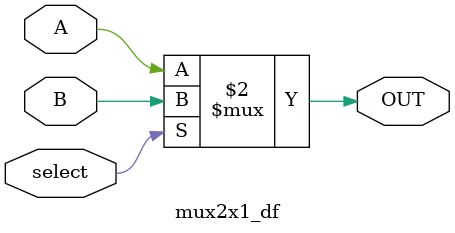
<source format=v>
module mux2x1_df (A,B,select,OUT);
   input A,B,select;
   output OUT;
   assign OUT = ~select ? A : B;
endmodule



</source>
